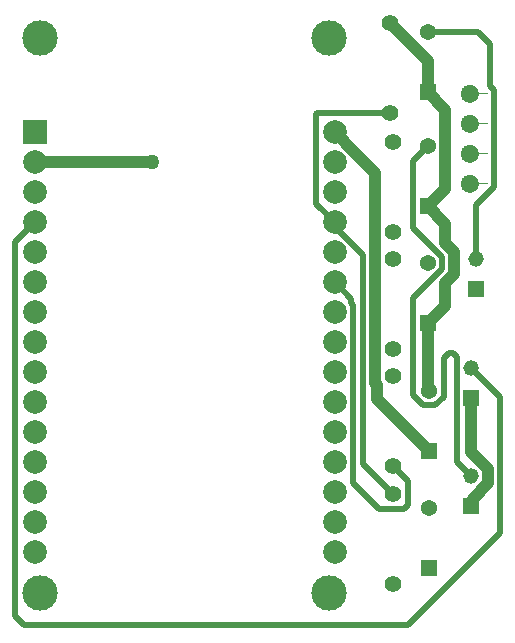
<source format=gbr>
G04*
G04 #@! TF.GenerationSoftware,Altium Limited,Altium Designer,22.4.2 (48)*
G04*
G04 Layer_Physical_Order=1*
G04 Layer_Color=16711680*
%FSLAX25Y25*%
%MOIN*%
G70*
G04*
G04 #@! TF.SameCoordinates,AC32F47B-EC56-4475-8078-1485B9E55ABE*
G04*
G04*
G04 #@! TF.FilePolarity,Positive*
G04*
G01*
G75*
%ADD23C,0.01968*%
%ADD24C,0.03937*%
%ADD25C,0.11811*%
%ADD26C,0.07874*%
%ADD27R,0.07874X0.07874*%
%ADD28C,0.05189*%
%ADD29R,0.05189X0.05189*%
%ADD30C,0.05394*%
%ADD31R,0.05394X0.05394*%
%ADD32C,0.05512*%
%ADD33C,0.05984*%
%ADD34C,0.05000*%
G36*
X541524Y260311D02*
X541575Y260622D01*
X541653Y260925D01*
X541768Y261216D01*
X541910Y261496D01*
X542079Y261760D01*
X542276Y262004D01*
X542496Y262224D01*
X542740Y262421D01*
X543004Y262591D01*
X543284Y262732D01*
X543575Y262846D01*
X543878Y262925D01*
X544189Y262976D01*
X544500Y262992D01*
X544650Y262988D01*
X544799Y262976D01*
X544945Y262961D01*
X545094Y262933D01*
X545236Y262902D01*
X545382Y262862D01*
X545520Y262815D01*
X545657Y262760D01*
X545795Y262701D01*
X545929Y262634D01*
X546055Y262559D01*
X546181Y262480D01*
X546303Y262394D01*
X546417Y262303D01*
X546531Y262205D01*
X546638Y262102D01*
X546740Y261992D01*
X546835Y261878D01*
X546925Y261764D01*
X547012Y261642D01*
X547090Y261516D01*
X547161Y261386D01*
X547224Y261252D01*
X547284Y261114D01*
X547339Y260976D01*
X547382Y260835D01*
X547421Y260693D01*
X547453Y260547D01*
X547476Y260402D01*
X547492Y260256D01*
X550524D01*
Y259744D01*
X547492D01*
X547476Y259598D01*
X547453Y259453D01*
X547421Y259307D01*
X547382Y259165D01*
X547339Y259024D01*
X547284Y258886D01*
X547224Y258748D01*
X547161Y258614D01*
X547090Y258484D01*
X547012Y258358D01*
X546925Y258236D01*
X546835Y258122D01*
X546740Y258008D01*
X546638Y257898D01*
X546531Y257795D01*
X546417Y257697D01*
X546303Y257606D01*
X546181Y257520D01*
X546055Y257441D01*
X545929Y257366D01*
X545795Y257299D01*
X545657Y257240D01*
X545520Y257185D01*
X545382Y257138D01*
X545236Y257098D01*
X545094Y257067D01*
X544945Y257039D01*
X544799Y257024D01*
X544650Y257012D01*
X544500Y257008D01*
X544189Y257024D01*
X543878Y257075D01*
X543575Y257154D01*
X543284Y257268D01*
X543004Y257410D01*
X542740Y257579D01*
X542496Y257776D01*
X542276Y257996D01*
X542079Y258240D01*
X541910Y258504D01*
X541768Y258784D01*
X541653Y259075D01*
X541575Y259378D01*
X541524Y259689D01*
X541508Y260000D01*
X541524Y260311D01*
D02*
G37*
G36*
Y270311D02*
X541575Y270622D01*
X541653Y270925D01*
X541768Y271217D01*
X541910Y271496D01*
X542079Y271760D01*
X542276Y272004D01*
X542496Y272224D01*
X542740Y272421D01*
X543004Y272590D01*
X543284Y272732D01*
X543575Y272847D01*
X543878Y272925D01*
X544189Y272976D01*
X544500Y272992D01*
X544650Y272988D01*
X544799Y272976D01*
X544945Y272961D01*
X545094Y272933D01*
X545236Y272902D01*
X545382Y272862D01*
X545520Y272815D01*
X545657Y272760D01*
X545795Y272701D01*
X545929Y272634D01*
X546055Y272559D01*
X546181Y272480D01*
X546303Y272394D01*
X546417Y272303D01*
X546531Y272205D01*
X546638Y272102D01*
X546740Y271992D01*
X546835Y271878D01*
X546925Y271764D01*
X547012Y271642D01*
X547090Y271516D01*
X547161Y271386D01*
X547224Y271252D01*
X547284Y271114D01*
X547339Y270976D01*
X547382Y270835D01*
X547421Y270693D01*
X547453Y270547D01*
X547476Y270402D01*
X547492Y270256D01*
X550524D01*
Y269744D01*
X547492D01*
X547476Y269598D01*
X547453Y269453D01*
X547421Y269307D01*
X547382Y269165D01*
X547339Y269024D01*
X547284Y268886D01*
X547224Y268748D01*
X547161Y268614D01*
X547090Y268484D01*
X547012Y268358D01*
X546925Y268236D01*
X546835Y268122D01*
X546740Y268008D01*
X546638Y267898D01*
X546531Y267795D01*
X546417Y267697D01*
X546303Y267606D01*
X546181Y267520D01*
X546055Y267441D01*
X545929Y267366D01*
X545795Y267299D01*
X545657Y267240D01*
X545520Y267185D01*
X545382Y267138D01*
X545236Y267098D01*
X545094Y267067D01*
X544945Y267039D01*
X544799Y267024D01*
X544650Y267012D01*
X544500Y267008D01*
X544189Y267024D01*
X543878Y267075D01*
X543575Y267154D01*
X543284Y267268D01*
X543004Y267409D01*
X542740Y267579D01*
X542496Y267776D01*
X542276Y267996D01*
X542079Y268240D01*
X541910Y268504D01*
X541768Y268783D01*
X541653Y269075D01*
X541575Y269378D01*
X541524Y269689D01*
X541508Y270000D01*
X541524Y270311D01*
D02*
G37*
G36*
Y280311D02*
X541575Y280622D01*
X541653Y280925D01*
X541768Y281217D01*
X541910Y281496D01*
X542079Y281760D01*
X542276Y282004D01*
X542496Y282224D01*
X542740Y282421D01*
X543004Y282591D01*
X543284Y282732D01*
X543575Y282846D01*
X543878Y282925D01*
X544189Y282976D01*
X544500Y282992D01*
X544650Y282988D01*
X544799Y282976D01*
X544945Y282961D01*
X545094Y282933D01*
X545236Y282902D01*
X545382Y282862D01*
X545520Y282815D01*
X545657Y282760D01*
X545795Y282701D01*
X545929Y282634D01*
X546055Y282559D01*
X546181Y282480D01*
X546303Y282394D01*
X546417Y282303D01*
X546531Y282205D01*
X546638Y282102D01*
X546740Y281992D01*
X546835Y281878D01*
X546925Y281764D01*
X547012Y281642D01*
X547090Y281516D01*
X547161Y281386D01*
X547224Y281252D01*
X547284Y281114D01*
X547339Y280976D01*
X547382Y280835D01*
X547421Y280693D01*
X547453Y280547D01*
X547476Y280402D01*
X547492Y280256D01*
X550524D01*
Y279744D01*
X547492D01*
X547476Y279598D01*
X547453Y279453D01*
X547421Y279307D01*
X547382Y279165D01*
X547339Y279024D01*
X547284Y278886D01*
X547224Y278748D01*
X547161Y278614D01*
X547090Y278484D01*
X547012Y278358D01*
X546925Y278236D01*
X546835Y278122D01*
X546740Y278008D01*
X546638Y277898D01*
X546531Y277795D01*
X546417Y277697D01*
X546303Y277606D01*
X546181Y277520D01*
X546055Y277441D01*
X545929Y277366D01*
X545795Y277299D01*
X545657Y277240D01*
X545520Y277185D01*
X545382Y277138D01*
X545236Y277098D01*
X545094Y277067D01*
X544945Y277039D01*
X544799Y277024D01*
X544650Y277012D01*
X544500Y277008D01*
X544189Y277024D01*
X543878Y277075D01*
X543575Y277153D01*
X543284Y277268D01*
X543004Y277410D01*
X542740Y277579D01*
X542496Y277776D01*
X542276Y277996D01*
X542079Y278240D01*
X541910Y278504D01*
X541768Y278783D01*
X541653Y279075D01*
X541575Y279378D01*
X541524Y279689D01*
X541508Y280000D01*
X541524Y280311D01*
D02*
G37*
G36*
Y290311D02*
X541575Y290622D01*
X541653Y290925D01*
X541768Y291216D01*
X541910Y291496D01*
X542079Y291760D01*
X542276Y292004D01*
X542496Y292224D01*
X542740Y292421D01*
X543004Y292590D01*
X543284Y292732D01*
X543575Y292846D01*
X543878Y292925D01*
X544189Y292976D01*
X544500Y292992D01*
X544650Y292988D01*
X544799Y292976D01*
X544945Y292961D01*
X545094Y292933D01*
X545236Y292902D01*
X545382Y292862D01*
X545520Y292815D01*
X545657Y292760D01*
X545795Y292701D01*
X545929Y292634D01*
X546055Y292559D01*
X546181Y292480D01*
X546303Y292394D01*
X546417Y292303D01*
X546531Y292205D01*
X546638Y292102D01*
X546740Y291992D01*
X546835Y291878D01*
X546925Y291764D01*
X547012Y291642D01*
X547090Y291516D01*
X547161Y291386D01*
X547224Y291252D01*
X547284Y291114D01*
X547339Y290976D01*
X547382Y290835D01*
X547421Y290693D01*
X547453Y290547D01*
X547476Y290402D01*
X547492Y290256D01*
X550524D01*
Y289744D01*
X547492D01*
X547476Y289598D01*
X547453Y289453D01*
X547421Y289307D01*
X547382Y289165D01*
X547339Y289024D01*
X547284Y288886D01*
X547224Y288748D01*
X547161Y288614D01*
X547090Y288484D01*
X547012Y288358D01*
X546925Y288236D01*
X546835Y288122D01*
X546740Y288008D01*
X546638Y287898D01*
X546531Y287795D01*
X546417Y287697D01*
X546303Y287606D01*
X546181Y287520D01*
X546055Y287441D01*
X545929Y287366D01*
X545795Y287299D01*
X545657Y287240D01*
X545520Y287185D01*
X545382Y287138D01*
X545236Y287098D01*
X545094Y287067D01*
X544945Y287039D01*
X544799Y287024D01*
X544650Y287012D01*
X544500Y287008D01*
X544189Y287024D01*
X543878Y287075D01*
X543575Y287154D01*
X543284Y287268D01*
X543004Y287409D01*
X542740Y287579D01*
X542496Y287776D01*
X542276Y287996D01*
X542079Y288240D01*
X541910Y288504D01*
X541768Y288784D01*
X541653Y289075D01*
X541575Y289378D01*
X541524Y289689D01*
X541508Y290000D01*
X541524Y290311D01*
D02*
G37*
D23*
X509000Y166500D02*
Y236213D01*
Y166500D02*
X519000Y156500D01*
X505602Y160098D02*
Y219610D01*
Y160098D02*
X514200Y151500D01*
X505000Y220213D02*
Y221583D01*
X499500Y227083D02*
X505000Y221583D01*
Y220213D02*
X505602Y219610D01*
X499500Y245713D02*
X509000Y236213D01*
X512500Y226000D02*
Y226625D01*
X499500Y245713D02*
Y247083D01*
X493300Y253283D02*
X499500Y247083D01*
X525638Y189486D02*
Y221762D01*
X535362Y231486D01*
X525638Y245238D02*
X535362Y235514D01*
X525638Y245238D02*
Y267638D01*
X530500Y272500D01*
X528986Y186138D02*
X533014D01*
X535862Y188986D02*
Y201939D01*
X537456Y203533D02*
X539087D01*
X533014Y186138D02*
X535862Y188986D01*
Y201939D02*
X537456Y203533D01*
X535362Y231486D02*
Y235514D01*
X525638Y189486D02*
X528986Y186138D01*
X539087Y203533D02*
X540240Y202380D01*
X545000Y198500D02*
X554697Y188803D01*
Y143697D02*
Y188803D01*
X524000Y113000D02*
X554697Y143697D01*
X530500Y191500D02*
X531000Y191000D01*
X552508Y258922D02*
Y291078D01*
X546500Y235000D02*
Y252914D01*
X547100Y310500D02*
X551116Y306484D01*
Y292470D02*
Y306484D01*
Y292470D02*
X552508Y291078D01*
X546500Y252914D02*
X552508Y258922D01*
X540240Y167260D02*
X545000Y162500D01*
X540240Y167260D02*
Y202380D01*
X393000Y116000D02*
Y240583D01*
X396000Y113000D02*
X524000D01*
X393000Y116000D02*
X396000Y113000D01*
X514200Y151500D02*
X522500D01*
X524000Y153000D02*
Y161000D01*
X522500Y151500D02*
X524000Y153000D01*
X519000Y166000D02*
X524000Y161000D01*
X493715Y283500D02*
X518000D01*
X493300Y283085D02*
X493715Y283500D01*
X493300Y253283D02*
Y283085D01*
X530500Y310500D02*
X547100D01*
X393000Y240583D02*
X399500Y247083D01*
D24*
X512953Y193696D02*
X513600Y193048D01*
X512953Y193696D02*
Y263630D01*
X513600Y188400D02*
Y193048D01*
Y188400D02*
X531000Y171000D01*
X506587Y269996D02*
X512953Y263630D01*
X518000Y313500D02*
X530500Y301000D01*
Y290500D02*
Y301000D01*
Y290500D02*
X536346Y284653D01*
X530500Y252500D02*
X536346Y258347D01*
Y226880D02*
X539315Y229849D01*
X536346Y240120D02*
Y246654D01*
Y219346D02*
Y226880D01*
X539315Y229849D02*
Y237151D01*
X536346Y258347D02*
Y284653D01*
Y240120D02*
X539315Y237151D01*
X545000Y170623D02*
X550744Y164879D01*
X545000Y152500D02*
X545626Y153126D01*
Y155003D02*
X550744Y160121D01*
Y164879D01*
X545626Y153126D02*
Y155003D01*
X545000Y170623D02*
Y188500D01*
X530500Y191500D02*
Y213500D01*
X506587Y269996D02*
Y270018D01*
X499500Y277083D02*
X499522D01*
X506587Y270018D01*
X530500Y252500D02*
X536346Y246654D01*
X530500Y213500D02*
X536346Y219346D01*
X399500Y267083D02*
X438583D01*
D25*
X401154Y308421D02*
D03*
X497650D02*
D03*
Y123579D02*
D03*
X401154D02*
D03*
D26*
X499500Y137083D02*
D03*
Y147083D02*
D03*
Y157083D02*
D03*
Y167083D02*
D03*
Y177083D02*
D03*
Y187083D02*
D03*
Y197083D02*
D03*
Y207083D02*
D03*
Y217083D02*
D03*
Y227083D02*
D03*
Y237083D02*
D03*
Y247083D02*
D03*
Y257083D02*
D03*
Y267083D02*
D03*
Y277083D02*
D03*
X399500Y137083D02*
D03*
Y147083D02*
D03*
Y157083D02*
D03*
Y167083D02*
D03*
Y177083D02*
D03*
Y187083D02*
D03*
Y197083D02*
D03*
Y207083D02*
D03*
Y217083D02*
D03*
Y227083D02*
D03*
Y237083D02*
D03*
Y247083D02*
D03*
Y257083D02*
D03*
Y267083D02*
D03*
D27*
Y277083D02*
D03*
D28*
X545000Y162500D02*
D03*
Y198500D02*
D03*
X546500Y235000D02*
D03*
D29*
X545000Y152500D02*
D03*
Y188500D02*
D03*
X546500Y225000D02*
D03*
D30*
X531000Y152000D02*
D03*
Y191000D02*
D03*
X530500Y233500D02*
D03*
Y272500D02*
D03*
Y310500D02*
D03*
D31*
X531000Y132000D02*
D03*
Y171000D02*
D03*
X530500Y213500D02*
D03*
Y252500D02*
D03*
Y290500D02*
D03*
D32*
X519000Y156500D02*
D03*
Y126500D02*
D03*
Y196000D02*
D03*
Y166000D02*
D03*
Y235000D02*
D03*
Y205000D02*
D03*
Y274000D02*
D03*
Y244000D02*
D03*
X518000Y313500D02*
D03*
Y283500D02*
D03*
D33*
X544500Y260000D02*
D03*
Y270000D02*
D03*
Y280000D02*
D03*
Y290000D02*
D03*
D34*
X438583Y267083D02*
D03*
M02*

</source>
